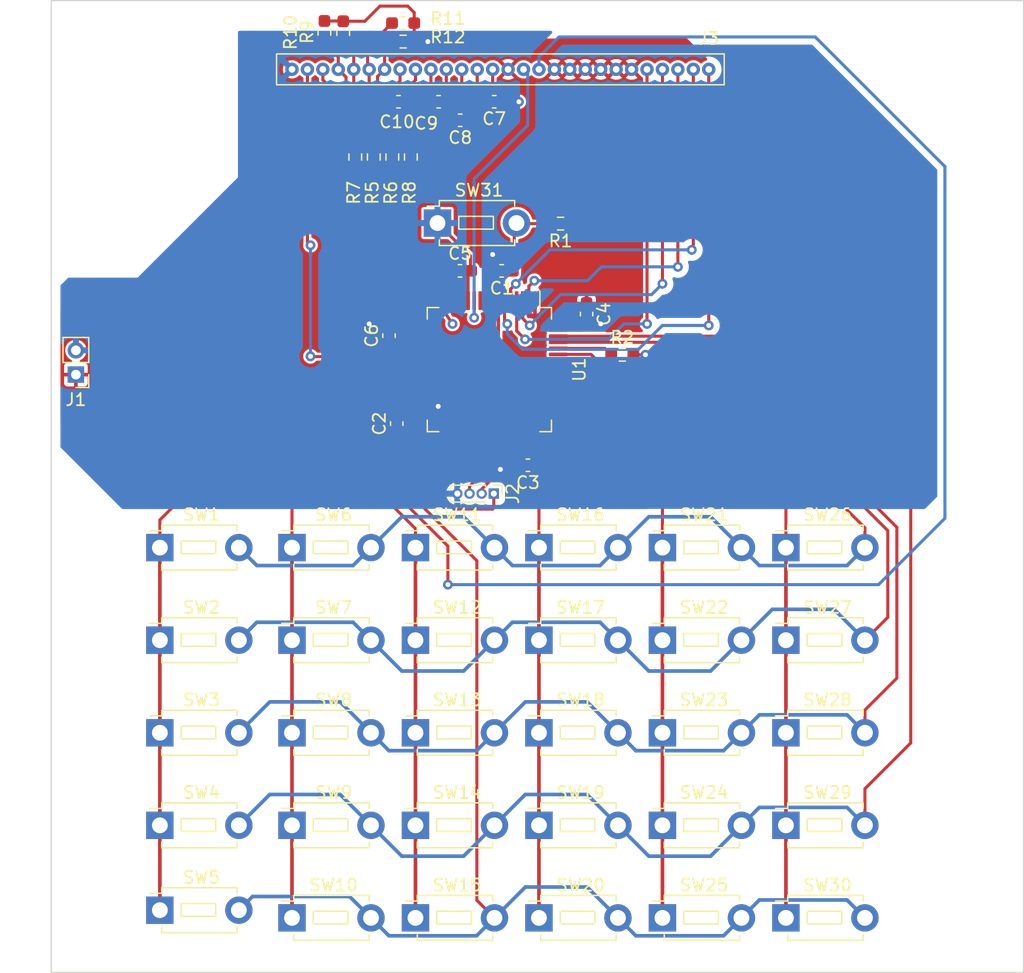
<source format=kicad_pcb>
(kicad_pcb (version 20231007) (generator pcbnew)
  (layers (0 "F.Cu" signal) (31 "B.Cu" signal) (34 "B.Paste" user) (35 "F.Paste" user) (36 "B.SilkS" user "B.Silkscreen") (37 "F.SilkS" user "F.Silkscreen") (38 "B.Mask" user) (39 "F.Mask" user) (44 "Edge.Cuts" user))
  (net 0 "")
  (net 2 "unconnected-(U1-PA2-Pad16)")
  (net 5 "Net-(J3-Pin_16)")
  (net 6 "Net-(J3-Pin_17)")
  (net 8 "Net-(J3-Pin_18)")
  (net 10 "Net-(J3-Pin_19)")
  (net 13 "Net-(J3-Pin_20)")
  (net 14 "Net-(J3-Pin_21)")
  (net 23 "/Calculator/NCS")
  (net 38 "/Calculator/Y2")
  (net 39 "/Calculator/X1")
  (net 40 "/Calculator/Y3")
  (net 41 "/Calculator/Y4")
  (net 42 "/Calculator/Y5")
  (net 43 "/Calculator/X2")
  (net 44 "/Calculator/X3")
  (net 45 "/Calculator/X4")
  (net 46 "/Calculator/X5")
  (net 47 "/Calculator/X6")
  (net 48 "/Calculator/Y1")
  (net 49 "+BATT")
  (net 50 "Net-(U1-BOOT0)")
  (net 51 "GND")
  (net 52 "/Calculator/LCD_RST")
  (net 53 "Net-(J3-Pin_23)")
  (net 54 "Net-(J3-Pin_24)")
  (net 55 "Net-(J3-Pin_26)")
  (net 56 "Net-(J3-Pin_22)")
  (net 57 "/Calculator/SWDIO")
  (net 58 "/Calculator/SWCLK")
  (net 59 "/Calculator/NRST")
  (net 60 "Net-(J3-Pin_25)")
  (net 61 "/Calculator/WR")
  (net 62 "/Calculator/C86")
  (net 63 "/Calculator/SCL")
  (net 64 "/Calculator/A0")
  (net 65 "/Calculator/RD")
  (net 66 "/Calculator/SI")
  (footprint "Button_Switch_THT:SW_PUSH_1P1T_6x3.5mm_H4.3_APEM_MJTP1243" (layer "F.Cu") (at 171.45 128.27)
    (property "Reference" "SW28")
    (property "Value" "SW_Push")
  )
  (footprint "Button_Switch_THT:SW_PUSH_1P1T_6x3.5mm_H4.3_APEM_MJTP1243" (layer "F.Cu") (at 130.81 143.51)
    (property "Reference" "SW10")
    (property "Value" "SW_Push")
  )
  (footprint "Button_Switch_THT:SW_PUSH_1P1T_6x3.5mm_H4.3_APEM_MJTP1243" (layer "F.Cu") (at 171.45 120.65)
    (property "Reference" "SW27")
    (property "Value" "SW_Push")
  )
  (footprint "Button_Switch_THT:SW_PUSH_1P1T_6x3.5mm_H4.3_APEM_MJTP1243" (layer "F.Cu") (at 140.97 113.03)
    (property "Reference" "SW11")
    (property "Value" "SW_Push")
  )
  (footprint "Button_Switch_THT:SW_PUSH_1P1T_6x3.5mm_H4.3_APEM_MJTP1243" (layer "F.Cu") (at 130.81 120.65)
    (property "Reference" "SW7")
    (property "Value" "SW_Push")
  )
  (footprint "Button_Switch_THT:SW_PUSH_1P1T_6x3.5mm_H4.3_APEM_MJTP1243" (layer "F.Cu") (at 140.97 143.51)
    (property "Reference" "SW15")
    (property "Value" "SW_Push")
  )
  (footprint "Resistor_SMD:R_0603_1608Metric_Pad0.98x0.95mm_HandSolder" (layer "F.Cu") (at 135.0245 70.612 90)
    (property "Reference" "R10")
    (property "Value" "R_US")
  )
  (footprint "Button_Switch_THT:SW_PUSH_1P1T_6x3.5mm_H4.3_APEM_MJTP1243" (layer "F.Cu") (at 161.29 135.89)
    (property "Reference" "SW24")
    (property "Value" "SW_Push")
  )
  (footprint "Resistor_SMD:R_0603_1608Metric_Pad0.98x0.95mm_HandSolder" (layer "F.Cu") (at 139.065 80.8755 90)
    (property "Reference" "R6")
    (property "Value" "R_US")
  )
  (footprint "Button_Switch_THT:SW_PUSH_1P1T_6x3.5mm_H4.3_APEM_MJTP1243" (layer "F.Cu") (at 130.81 113.03)
    (property "Reference" "SW6")
    (property "Value" "SW_Push")
  )
  (footprint "Button_Switch_THT:SW_PUSH_1P1T_6x3.5mm_H4.3_APEM_MJTP1243" (layer "F.Cu") (at 140.97 120.65)
    (property "Reference" "SW12")
    (property "Value" "SW_Push")
  )
  (footprint "Button_Switch_THT:SW_PUSH_1P1T_6x3.5mm_H4.3_APEM_MJTP1243" (layer "F.Cu") (at 119.94 128.27)
    (property "Reference" "SW3")
    (property "Value" "SW_Push")
  )
  (footprint "Button_Switch_THT:SW_PUSH_1P1T_6x3.5mm_H4.3_APEM_MJTP1243" (layer "F.Cu") (at 140.97 135.89)
    (property "Reference" "SW14")
    (property "Value" "SW_Push")
  )
  (footprint "Connector_PinHeader_1.00mm:PinHeader_1x04_P1.00mm_Vertical" (layer "F.Cu") (at 147.415 108.585 -90)
    (property "Reference" "J2")
    (property "Value" "Conn_01x04")
  )
  (footprint "Button_Switch_THT:SW_PUSH_1P1T_6x3.5mm_H4.3_APEM_MJTP1243" (layer "F.Cu") (at 119.94 135.89)
    (property "Reference" "SW4")
    (property "Value" "SW_Push")
  )
  (footprint "Button_Switch_THT:SW_PUSH_1P1T_6x3.5mm_H4.3_APEM_MJTP1243" (layer "F.Cu") (at 161.29 128.27)
    (property "Reference" "SW23")
    (property "Value" "SW_Push")
  )
  (footprint "Button_Switch_THT:SW_PUSH_1P1T_6x3.5mm_H4.3_APEM_MJTP1243" (layer "F.Cu") (at 151.13 135.89)
    (property "Reference" "SW19")
    (property "Value" "SW_Push")
  )
  (footprint "Capacitor_SMD:C_0603_1608Metric_Pad1.08x0.95mm_HandSolder" (layer "F.Cu") (at 155.049 93.803 -90)
    (property "Reference" "C4")
    (property "Value" "C")
  )
  (footprint "Button_Switch_THT:SW_PUSH_1P1T_6x3.5mm_H4.3_APEM_MJTP1243" (layer "F.Cu") (at 171.45 113.03)
    (property "Reference" "SW26")
    (property "Value" "SW_Push")
  )
  (footprint "Button_Switch_THT:SW_PUSH_1P1T_6x3.5mm_H4.3_APEM_MJTP1243" (layer "F.Cu") (at 171.45 135.89)
    (property "Reference" "SW29")
    (property "Value" "SW_Push")
  )
  (footprint "Button_Switch_THT:SW_PUSH_1P1T_6x3.5mm_H4.3_APEM_MJTP1243" (layer "F.Cu") (at 119.94 113.03)
    (property "Reference" "SW1")
    (property "Value" "SW_Push")
  )
  (footprint "Connector_PinHeader_2.00mm:PinHeader_1x02_P2.00mm_Vertical" (layer "F.Cu") (at 113.03 98.79 180)
    (property "Reference" "J1")
    (property "Value" "Conn_01x02_Pin")
  )
  (footprint "Button_Switch_THT:SW_PUSH_1P1T_6x3.5mm_H4.3_APEM_MJTP1243" (layer "F.Cu") (at 171.45 143.51)
    (property "Reference" "SW30")
    (property "Value" "SW_Push")
  )
  (footprint "Resistor_SMD:R_0603_1608Metric_Pad0.98x0.95mm_HandSolder" (layer "F.Cu") (at 139.954 69.85)
    (property "Reference" "R11")
    (property "Value" "R_US")
  )
  (footprint "Button_Switch_THT:SW_PUSH_1P1T_6x3.5mm_H4.3_APEM_MJTP1243" (layer "F.Cu") (at 161.29 143.51)
    (property "Reference" "SW25")
    (property "Value" "SW_Push")
  )
  (footprint "Capacitor_SMD:C_0603_1608Metric_Pad1.08x0.95mm_HandSolder" (layer "F.Cu") (at 148.064 90.247 180)
    (property "Reference" "C1")
    (property "Value" "C")
  )
  (footprint "Resistor_SMD:R_0603_1608Metric_Pad0.98x0.95mm_HandSolder" (layer "F.Cu") (at 139.954 71.374)
    (property "Reference" "R12")
    (property "Value" "R_US")
  )
  (footprint "Capacitor_SMD:C_0603_1608Metric_Pad1.08x0.95mm_HandSolder" (layer "F.Cu") (at 138.793 95.581 90)
    (property "Reference" "C6")
    (property "Value" "C")
  )
  (footprint "Capacitor_SMD:C_0603_1608Metric_Pad1.08x0.95mm_HandSolder" (layer "F.Cu") (at 139.573 76.327)
    (property "Reference" "C10")
    (property "Value" "C")
  )
  (footprint "Capacitor_SMD:C_0603_1608Metric_Pad1.08x0.95mm_HandSolder" (layer "F.Cu") (at 144.653 77.851 180)
    (property "Reference" "C8")
    (property "Value" "C")
  )
  (footprint "Capacitor_SMD:C_0603_1608Metric_Pad1.08x0.95mm_HandSolder" (layer "F.Cu") (at 144.635 90.247)
    (property "Reference" "C5")
    (property "Value" "C")
  )
  (footprint "Resistor_SMD:R_0603_1608Metric_Pad0.98x0.95mm_HandSolder" (layer "F.Cu") (at 140.589 80.8755 90)
    (property "Reference" "R8")
    (property "Value" "R_US")
  )
  (footprint "Capacitor_SMD:C_0603_1608Metric_Pad1.08x0.95mm_HandSolder" (layer "F.Cu") (at 150.223 106.249 180)
    (property "Reference" "C3")
    (property "Value" "C")
  )
  (footprint "Button_Switch_THT:SW_PUSH_1P1T_6x3.5mm_H4.3_APEM_MJTP1243" (layer "F.Cu") (at 119.94 142.875)
    (property "Reference" "SW5")
    (property "Value" "SW_Push")
  )
  (footprint "ks100:DEM 128064E1 FGH" (layer "F.Cu") (at 165.1 73.66)
    (property "Reference" "J3")
    (property "Value" "DEM 128064E1 FGH")
  )
  (footprint "Button_Switch_THT:SW_PUSH_1P1T_6x3.5mm_H4.3_APEM_MJTP1243" (layer "F.Cu") (at 161.29 113.03)
    (property "Reference" "SW21")
    (property "Value" "SW_Push")
  )
  (footprint "Button_Switch_THT:SW_PUSH_1P1T_6x3.5mm_H4.3_APEM_MJTP1243" (layer "F.Cu") (at 151.13 120.65)
    (property "Reference" "SW17")
    (property "Value" "SW_Push")
  )
  (footprint "Button_Switch_THT:SW_PUSH_1P1T_6x3.5mm_H4.3_APEM_MJTP1243" (layer "F.Cu") (at 161.29 120.65)
    (property "Reference" "SW22")
    (property "Value" "SW_Push")
  )
  (footprint "Capacitor_SMD:C_0603_1608Metric_Pad1.08x0.95mm_HandSolder" (layer "F.Cu") (at 139.428 102.82 90)
    (property "Reference" "C2")
    (property "Value" "C")
  )
  (footprint "Button_Switch_THT:SW_PUSH_1P1T_6x3.5mm_H4.3_APEM_MJTP1243" (layer "F.Cu") (at 151.13 128.27)
    (property "Reference" "SW18")
    (property "Value" "SW_Push")
  )
  (footprint "Resistor_SMD:R_0603_1608Metric_Pad0.98x0.95mm_HandSolder" (layer "F.Cu") (at 137.541 80.8755 90)
    (property "Reference" "R5")
    (property "Value" "R_US")
  )
  (footprint "Button_Switch_THT:SW_PUSH_1P1T_6x3.5mm_H4.3_APEM_MJTP1243" (layer "F.Cu") (at 151.13 113.03)
    (property "Reference" "SW16")
    (property "Value" "SW_Push")
  )
  (footprint "Capacitor_SMD:C_0603_1608Metric_Pad1.08x0.95mm_HandSolder" (layer "F.Cu") (at 142.875 76.327)
    (property "Reference" "C9")
    (property "Value" "C")
  )
  (footprint "Button_Switch_THT:SW_PUSH_1P1T_6x3.5mm_H4.3_APEM_MJTP1243" (layer "F.Cu") (at 119.94 120.65)
    (property "Reference" "SW2")
    (property "Value" "SW_Push")
  )
  (footprint "Button_Switch_THT:SW_PUSH_1P1T_6x3.5mm_H4.3_APEM_MJTP1243" (layer "F.Cu") (at 140.97 128.27)
    (property "Reference" "SW13")
    (property "Value" "SW_Push")
  )
  (footprint "Button_Switch_THT:SW_PUSH_1P1T_6x3.5mm_H4.3_APEM_MJTP1243" (layer "F.Cu") (at 151.13 143.51)
    (property "Reference" "SW20")
    (property "Value" "SW_Push")
  )
  (footprint "Package_QFP:LQFP-64_10x10mm_P0.5mm" (layer "F.Cu") (at 147.048 98.375 -90)
    (property "Reference" "U1")
    (property "Value" "STM32L071RZTx")
  )
  (footprint "Button_Switch_THT:SW_PUSH_1P1T_6x3.5mm_H4.3_APEM_MJTP1243" (layer "F.Cu") (at 142.782 86.31)
    (property "Reference" "SW31")
    (property "Value" "SW_Push")
  )
  (footprint "Resistor_SMD:R_0603_1608Metric_Pad0.98x0.95mm_HandSolder" (layer "F.Cu") (at 133.477 70.5885 90)
    (property "Reference" "R9")
    (property "Value" "R_US")
  )
  (footprint "Resistor_SMD:R_0603_1608Metric_Pad0.98x0.95mm_HandSolder" (layer "F.Cu") (at 152.908 86.36 180)
    (property "Reference" "R1")
    (property "Value" "R_US")
  )
  (footprint "Button_Switch_THT:SW_PUSH_1P1T_6x3.5mm_H4.3_APEM_MJTP1243" (layer "F.Cu") (at 130.81 135.89)
    (property "Reference" "SW9")
    (property "Value" "SW_Push")
  )
  (footprint "Capacitor_SMD:C_0603_1608Metric_Pad1.08x0.95mm_HandSolder" (layer "F.Cu") (at 147.447 76.327)
    (property "Reference" "C7")
    (property "Value" "C")
  )
  (footprint "Resistor_SMD:R_0603_1608Metric_Pad0.98x0.95mm_HandSolder" (layer "F.Cu") (at 157.988 97.155)
    (property "Reference" "R2")
    (property "Value" "R_US")
  )
  (footprint "Resistor_SMD:R_0603_1608Metric_Pad0.98x0.95mm_HandSolder" (layer "F.Cu") (at 136.017 80.8755 90)
    (property "Reference" "R7")
    (property "Value" "R_US")
  )
  (footprint "Button_Switch_THT:SW_PUSH_1P1T_6x3.5mm_H4.3_APEM_MJTP1243" (layer "F.Cu") (at 130.81 128.27)
    (property "Reference" "SW8")
    (property "Value" "SW_Push")
  )
  (gr_rect (start 111 68) (end 191 148) (stroke (width 0.1)) (fill none) (layer "Edge.Cuts"))
  (segment (start 144.018 94.615) (end 143.298 93.542764) (width 0.25) (layer "F.Cu") (net 2))
  (segment (start 143.298 93.542764) (end 143.298 92.7) (width 0.25) (layer "F.Cu") (net 2))
  (via (at 144.018 94.615) (size 0.8) (drill 0.4) (layers "F.Cu" "B.Cu") (net 2))
  (segment (start 146.5845 76.327) (end 146.5845 75.4645) (width 0.25) (layer "F.Cu") (net 5))
  (segment (start 146.05 74.93) (end 146.05 73.66) (width 0.25) (layer "F.Cu") (net 5))
  (segment (start 146.5845 75.4645) (end 146.05 74.93) (width 0.25) (layer "F.Cu") (net 5))
  (segment (start 144.78 75.311) (end 144.78 73.66) (width 0.25) (layer "F.Cu") (net 6))
  (segment (start 145.5155 76.0465) (end 144.78 75.311) (width 0.25) (layer "F.Cu") (net 6))
  (segment (start 145.5155 77.851) (end 145.5155 76.0465) (width 0.25) (layer "F.Cu") (net 6))
  (segment (start 143.51 73.66) (end 143.51 76.0995) (width 0.25) (layer "F.Cu") (net 8))
  (segment (start 143.7375 76.327) (end 143.7375 77.798) (width 0.25) (layer "F.Cu") (net 8))
  (segment (start 143.7375 77.798) (end 143.7905 77.851) (width 0.25) (layer "F.Cu") (net 8))
  (segment (start 143.51 76.0995) (end 143.7375 76.327) (width 0.25) (layer "F.Cu") (net 8))
  (segment (start 142.24 75.057) (end 142.0125 75.2845) (width 0.25) (layer "F.Cu") (net 10))
  (segment (start 142.0125 75.2845) (end 142.0125 76.327) (width 0.25) (layer "F.Cu") (net 10))
  (segment (start 142.24 73.66) (end 142.24 75.057) (width 0.25) (layer "F.Cu") (net 10))
  (segment (start 140.97 74.549) (end 140.4355 75.0835) (width 0.25) (layer "F.Cu") (net 13))
  (segment (start 140.97 73.66) (end 140.97 74.549) (width 0.25) (layer "F.Cu") (net 13))
  (segment (start 140.4355 75.0835) (end 140.4355 76.327) (width 0.25) (layer "F.Cu") (net 13))
  (segment (start 138.7105 75.61525) (end 138.7105 76.327) (width 0.25) (layer "F.Cu") (net 14))
  (segment (start 139.7 73.66) (end 139.7 74.62575) (width 0.25) (layer "F.Cu") (net 14))
  (segment (start 139.7 74.62575) (end 138.7105 75.61525) (width 0.25) (layer "F.Cu") (net 14))
  (segment (start 165.1 73.66) (end 165.1 94.742) (width 0.25) (layer "F.Cu") (net 23))
  (segment (start 148.298 92.7) (end 148.298 94.3905) (width 0.25) (layer "F.Cu") (net 23))
  (segment (start 148.298 94.3905) (end 148.5225 94.615) (width 0.25) (layer "F.Cu") (net 23))
  (via (at 165.1 94.742) (size 0.8) (drill 0.4) (layers "F.Cu" "B.Cu") (net 23))
  (via (at 148.5225 94.615) (size 0.8) (drill 0.4) (layers "F.Cu" "B.Cu") (net 23))
  (segment (start 149.782542 96.705847) (end 159.316848 96.705847) (width 0.25) (layer "B.Cu") (net 23))
  (segment (start 161.280695 94.742) (end 165.1 94.742) (width 0.25) (layer "B.Cu") (net 23))
  (segment (start 148.5225 94.615) (end 148.5225 95.445805) (width 0.25) (layer "B.Cu") (net 23))
  (segment (start 148.5225 95.445805) (end 149.782542 96.705847) (width 0.25) (layer "B.Cu") (net 23))
  (segment (start 159.316848 96.705847) (end 161.280695 94.742) (width 0.25) (layer "B.Cu") (net 23))
  (segment (start 177.95 120.65) (end 179.832 118.768) (width 0.25) (layer "F.Cu") (net 38))
  (segment (start 163.576 105.283) (end 155.418 97.125) (width 0.25) (layer "F.Cu") (net 38))
  (segment (start 179.832 118.768) (end 179.832 111.633) (width 0.25) (layer "F.Cu") (net 38))
  (segment (start 173.482 105.283) (end 163.576 105.283) (width 0.25) (layer "F.Cu") (net 38))
  (segment (start 179.832 111.633) (end 173.482 105.283) (width 0.25) (layer "F.Cu") (net 38))
  (segment (start 155.418 97.125) (end 152.723 97.125) (width 0.25) (layer "F.Cu") (net 38))
  (segment (start 165.25 123.19) (end 167.79 120.65) (width 0.3) (layer "B.Cu") (net 38))
  (segment (start 126.44 120.65) (end 127.915 119.175) (width 0.3) (layer "B.Cu") (net 38))
  (segment (start 137.31 120.65) (end 139.85 123.19) (width 0.3) (layer "B.Cu") (net 38))
  (segment (start 148.945 119.175) (end 156.155 119.175) (width 0.3) (layer "B.Cu") (net 38))
  (segment (start 127.915 119.175) (end 135.835 119.175) (width 0.3) (layer "B.Cu") (net 38))
  (segment (start 144.93 123.19) (end 147.47 120.65) (width 0.3) (layer "B.Cu") (net 38))
  (segment (start 160.17 123.19) (end 165.25 123.19) (width 0.3) (layer "B.Cu") (net 38))
  (segment (start 147.47 120.65) (end 148.945 119.175) (width 0.3) (layer "B.Cu") (net 38))
  (segment (start 157.63 120.65) (end 160.17 123.19) (width 0.3) (layer "B.Cu") (net 38))
  (segment (start 139.85 123.19) (end 144.93 123.19) (width 0.3) (layer "B.Cu") (net 38))
  (segment (start 135.835 119.175) (end 137.31 120.65) (width 0.3) (layer "B.Cu") (net 38))
  (segment (start 167.79 120.65) (end 170.33 118.11) (width 0.3) (layer "B.Cu") (net 38))
  (segment (start 170.33 118.11) (end 175.41 118.11) (width 0.3) (layer "B.Cu") (net 38))
  (segment (start 156.155 119.175) (end 157.63 120.65) (width 0.3) (layer "B.Cu") (net 38))
  (segment (start 175.41 118.11) (end 177.95 120.65) (width 0.3) (layer "B.Cu") (net 38))
  (segment (start 119.94 113.03) (end 119.94 110.751) (width 0.25) (layer "F.Cu") (net 39))
  (segment (start 136.779 99.125) (end 126.4005 109.5035) (width 0.25) (layer "F.Cu") (net 39))
  (segment (start 126.4005 109.5035) (end 121.1875 109.5035) (width 0.25) (layer "F.Cu") (net 39))
  (segment (start 119.94 113.03) (end 119.94 120.65) (width 0.3) (layer "F.Cu") (net 39))
  (segment (start 119.94 110.751) (end 121.1875 109.5035) (width 0.25) (layer "F.Cu") (net 39))
  (segment (start 119.94 128.27) (end 119.94 135.89) (width 0.3) (layer "F.Cu") (net 39))
  (segment (start 136.779 99.125) (end 141.373 99.125) (width 0.25) (layer "F.Cu") (net 39))
  (segment (start 119.94 142.875) (end 119.94 135.89) (width 0.3) (layer "F.Cu") (net 39))
  (segment (start 119.94 120.65) (end 119.94 128.27) (width 0.3) (layer "F.Cu") (net 39))
  (segment (start 180.576 111.361) (end 165.34 96.125) (width 0.25) (layer "F.Cu") (net 40))
  (segment (start 165.34 96.125) (end 152.723 96.125) (width 0.25) (layer "F.Cu") (net 40))
  (segment (start 177.95 128.27) (end 177.95 126.401) (width 0.25) (layer "F.Cu") (net 40))
  (segment (start 177.95 126.401) (end 180.576 123.775) (width 0.25) (layer "F.Cu") (net 40))
  (segment (start 180.576 123.775) (end 180.576 111.361) (width 0.25) (layer "F.Cu") (net 40))
  (segment (start 157.63 128.27) (end 155.09 125.73) (width 0.3) (layer "B.Cu") (net 40))
  (segment (start 138.785 129.745) (end 137.31 128.27) (width 0.3) (layer "B.Cu") (net 40))
  (segment (start 137.31 128.27) (end 134.77 125.73) (width 0.3) (layer "B.Cu") (net 40))
  (segment (start 169.265 126.795) (end 176.475 126.795) (width 0.3) (layer "B.Cu") (net 40))
  (segment (start 167.79 128.27) (end 169.265 126.795) (width 0.3) (layer "B.Cu") (net 40))
  (segment (start 159.105 129.745) (end 157.63 128.27) (width 0.3) (layer "B.Cu") (net 40))
  (segment (start 145.995 129.745) (end 138.785 129.745) (width 0.3) (layer "B.Cu") (net 40))
  (segment (start 166.315 129.745) (end 159.105 129.745) (width 0.3) (layer "B.Cu") (net 40))
  (segment (start 176.475 126.795) (end 177.95 128.27) (width 0.3) (layer "B.Cu") (net 40))
  (segment (start 147.47 128.27) (end 145.995 129.745) (width 0.3) (layer "B.Cu") (net 40))
  (segment (start 167.79 128.27) (end 166.315 129.745) (width 0.3) (layer "B.Cu") (net 40))
  (segment (start 155.09 125.73) (end 150.01 125.73) (width 0.3) (layer "B.Cu") (net 40))
  (segment (start 134.77 125.73) (end 128.98 125.73) (width 0.3) (layer "B.Cu") (net 40))
  (segment (start 150.01 125.73) (end 147.47 128.27) (width 0.3) (layer "B.Cu") (net 40))
  (segment (start 128.98 125.73) (end 126.44 128.27) (width 0.3) (layer "B.Cu") (net 40))
  (segment (start 177.95 132.878) (end 181.719 129.109) (width 0.25) (layer "F.Cu") (net 41))
  (segment (start 181.719 129.109) (end 181.719 109.075) (width 0.25) (layer "F.Cu") (net 41))
  (segment (start 177.95 135.89) (end 177.95 132.878) (width 0.25) (layer "F.Cu") (net 41))
  (segment (start 181.719 109.075) (end 168.269 95.625) (width 0.25) (layer "F.Cu") (net 41))
  (segment (start 168.269 95.625) (end 152.723 95.625) (width 0.25) (layer "F.Cu") (net 41))
  (segment (start 128.98 133.35) (end 134.77 133.35) (width 0.3) (layer "B.Cu") (net 41))
  (segment (start 157.63 135.89) (end 160.17 138.43) (width 0.3) (layer "B.Cu") (net 41))
  (segment (start 139.85 138.43) (end 144.93 138.43) (width 0.3) (layer "B.Cu") (net 41))
  (segment (start 155.09 133.35) (end 157.63 135.89) (width 0.3) (layer "B.Cu") (net 41))
  (segment (start 134.77 133.35) (end 137.31 135.89) (width 0.3) (layer "B.Cu") (net 41))
  (segment (start 167.79 135.89) (end 169.265 134.415) (width 0.3) (layer "B.Cu") (net 41))
  (segment (start 126.44 135.89) (end 128.98 133.35) (width 0.3) (layer "B.Cu") (net 41))
  (segment (start 144.93 138.43) (end 147.47 135.89) (width 0.3) (layer "B.Cu") (net 41))
  (segment (start 165.25 138.43) (end 167.79 135.89) (width 0.3) (layer "B.Cu") (net 41))
  (segment (start 176.475 134.415) (end 177.95 135.89) (width 0.3) (layer "B.Cu") (net 41))
  (segment (start 137.31 135.89) (end 139.85 138.43) (width 0.3) (layer "B.Cu") (net 41))
  (segment (start 147.47 135.89) (end 150.01 133.35) (width 0.3) (layer "B.Cu") (net 41))
  (segment (start 169.265 134.415) (end 176.475 134.415) (width 0.3) (layer "B.Cu") (net 41))
  (segment (start 150.01 133.35) (end 155.09 133.35) (width 0.3) (layer "B.Cu") (net 41))
  (segment (start 160.17 138.43) (end 165.25 138.43) (width 0.3) (layer "B.Cu") (net 41))
  (segment (start 138.650698 101.058698) (end 138.158698 101.550698) (width 0.25) (layer "F.Cu") (net 42))
  (segment (start 146.02 142.06) (end 147.47 143.51) (width 0.25) (layer "F.Cu") (net 42))
  (segment (start 139.935076 101.125) (end 139.868774 101.058698) (width 0.25) (layer "F.Cu") (net 42))
  (segment (start 139.868774 101.058698) (end 138.650698 101.058698) (width 0.25) (layer "F.Cu") (net 42))
  (segment (start 138.158 106.249) (end 146.02 114.111) (width 0.25) (layer "F.Cu") (net 42))
  (segment (start 138.158 101.55) (end 138.158 106.249) (width 0.25) (layer "F.Cu") (net 42))
  (segment (start 146.02 114.111) (end 146.02 142.06) (width 0.25) (layer "F.Cu") (net 42))
  (segment (start 141.373 101.125) (end 139.935076 101.125) (width 0.25) (layer "F.Cu") (net 42))
  (segment (start 145.995 144.985) (end 138.785 144.985) (width 0.3) (layer "B.Cu") (net 42))
  (segment (start 155.09 140.97) (end 150.01 140.97) (width 0.3) (layer "B.Cu") (net 42))
  (segment (start 147.47 143.51) (end 145.995 144.985) (width 0.3) (layer "B.Cu") (net 42))
  (segment (start 138.785 144.985) (end 137.31 143.51) (width 0.3) (layer "B.Cu") (net 42))
  (segment (start 157.63 143.51) (end 155.09 140.97) (width 0.3) (layer "B.Cu") (net 42))
  (segment (start 150.01 140.97) (end 147.47 143.51) (width 0.3) (layer "B.Cu") (net 42))
  (segment (start 176.475 142.035) (end 177.95 143.51) (width 0.3) (layer "B.Cu") (net 42))
  (segment (start 135.55 141.75) (end 137.31 143.51) (width 0.3) (layer "B.Cu") (net 42))
  (segment (start 167.79 143.51) (end 169.265 142.035) (width 0.3) (layer "B.Cu") (net 42))
  (segment (start 166.315 144.985) (end 159.105 144.985) (width 0.3) (layer "B.Cu") (net 42))
  (segment (start 126.44 142.875) (end 127.565 141.75) (width 0.3) (layer "B.Cu") (net 42))
  (segment (start 127.565 141.75) (end 135.55 141.75) (width 0.3) (layer "B.Cu") (net 42))
  (segment (start 169.265 142.035) (end 176.475 142.035) (width 0.3) (layer "B.Cu") (net 42))
  (segment (start 167.79 143.51) (end 166.315 144.985) (width 0.3) (layer "B.Cu") (net 42))
  (segment (start 159.105 144.985) (end 157.63 143.51) (width 0.3) (layer "B.Cu") (net 42))
  (segment (start 130.81 113.03) (end 130.81 106.172) (width 0.25) (layer "F.Cu") (net 43))
  (segment (start 130.81 106.172) (end 137.357 99.625) (width 0.25) (layer "F.Cu") (net 43))
  (segment (start 130.81 143.51) (end 130.81 135.89) (width 0.3) (layer "F.Cu") (net 43))
  (segment (start 130.81 120.65) (end 130.81 113.03) (width 0.3) (layer "F.Cu") (net 43))
  (segment (start 137.357 99.625) (end 141.373 99.625) (width 0.25) (layer "F.Cu") (net 43))
  (segment (start 130.81 135.89) (end 130.81 128.27) (width 0.3) (layer "F.Cu") (net 43))
  (segment (start 130.81 128.27) (end 130.81 120.65) (width 0.3) (layer "F.Cu") (net 43))
  (segment (start 137.033 107.537) (end 137.033 100.838) (width 0.25) (layer "F.Cu") (net 44))
  (segment (start 140.97 111.474) (end 137.033 107.537) (width 0.25) (layer "F.Cu") (net 44))
  (segment (start 137.746 100.125) (end 141.373 100.125) (width 0.25) (layer "F.Cu") (net 44))
  (segment (start 140.97 143.51) (end 140.97 135.89) (width 0.3) (layer "F.Cu") (net 44))
  (segment (start 140.97 128.27) (end 140.97 120.65) (width 0.3) (layer "F.Cu") (net 44))
  (segment (start 140.97 113.03) (end 140.97 111.474) (width 0.25) (layer "F.Cu") (net 44))
  (segment (start 137.033 100.838) (end 137.746 100.125) (width 0.25) (layer "F.Cu") (net 44))
  (segment (start 140.97 120.65) (end 140.97 113.03) (width 0.3) (layer "F.Cu") (net 44))
  (segment (start 140.97 135.89) (end 140.97 128.27) (width 0.3) (layer "F.Cu") (net 44))
  (segment (start 151.13 128.27) (end 151.13 135.89) (width 0.3) (layer "F.Cu") (net 45))
  (segment (start 151.13 120.65) (end 151.13 128.27) (width 0.3) (layer "F.Cu") (net 45))
  (segment (start 153.862 99.125) (end 152.723 99.125) (width 0.25) (layer "F.Cu") (net 45))
  (segment (start 155.575 104.961) (end 155.575 100.838) (width 0.25) (layer "F.Cu") (net 45))
  (segment (start 151.13 109.406) (end 155.575 104.961) (width 0.25) (layer "F.Cu") (net 45))
  (segment (start 151.13 135.89) (end 151.13 143.51) (width 0.3) (layer "F.Cu") (net 45))
  (segment (start 155.575 100.838) (end 153.862 99.125) (width 0.25) (layer "F.Cu") (net 45))
  (segment (start 151.13 113.03) (end 151.13 109.406) (width 0.25) (layer "F.Cu") (net 45))
  (segment (start 151.13 113.03) (end 151.13 120.65) (width 0.3) (layer "F.Cu") (net 45))
  (segment (start 161.29 113.03) (end 161.29 105.918) (width 0.25) (layer "F.Cu") (net 46))
  (segment (start 161.29 113.03) (end 161.29 120.65) (width 0.3) (layer "F.Cu") (net 46))
  (segment (start 161.29 120.65) (end 161.29 128.27) (width 0.3) (layer "F.Cu") (net 46))
  (segment (start 161.29 105.918) (end 153.997 98.625) (width 0.25) (layer "F.Cu") (net 46))
  (segment (start 161.29 135.89) (end 161.29 140.97) (width 0.3) (layer "F.Cu") (net 46))
  (segment (start 153.997 98.625) (end 152.723 98.625) (width 0.25) (layer "F.Cu") (net 46))
  (segment (start 161.29 128.27) (end 161.29 135.89) (width 0.3) (layer "F.Cu") (net 46))
  (segment (start 161.29 140.97) (end 161.29 143.51) (width 0.3) (layer "F.Cu") (net 46))
  (segment (start 171.45 109.728) (end 169.037 107.315) (width 0.25) (layer "F.Cu") (net 47))
  (segment (start 169.037 107.315) (end 163.576 107.315) (width 0.25) (layer "F.Cu") (net 47))
  (segment (start 171.45 113.03) (end 171.45 109.728) (width 0.25) (layer "F.Cu") (net 47))
  (segment (start 154.386 98.125) (end 152.723 98.125) (width 0.25) (layer "F.Cu") (net 47))
  (segment (start 171.45 143.51) (end 171.45 113.03) (width 0.3) (layer "F.Cu") (net 47))
  (segment (start 163.576 107.315) (end 154.386 98.125) (width 0.25) (layer "F.Cu") (net 47))
  (segment (start 172.974 106.426) (end 163.957 106.426) (width 0.25) (layer "F.Cu") (net 48))
  (segment (start 177.95 113.03) (end 177.95 111.402) (width 0.25) (layer "F.Cu") (net 48))
  (segment (start 163.957 106.426) (end 155.156 97.625) (width 0.25) (layer "F.Cu") (net 48))
  (segment (start 177.95 111.402) (end 172.974 106.426) (width 0.25) (layer "F.Cu") (net 48))
  (segment (start 155.156 97.625) (end 152.723 97.625) (width 0.25) (layer "F.Cu") (net 48))
  (segment (start 148.945 114.505) (end 147.47 113.03) (width 0.3) (layer "B.Cu") (net 48))
  (segment (start 177.95 113.03) (end 176.475 114.505) (width 0.3) (layer "B.Cu") (net 48))
  (segment (start 127.915 114.505) (end 126.44 113.03) (width 0.3) (layer "B.Cu") (net 48))
  (segment (start 165.25 110.49) (end 160.17 110.49) (width 0.3) (layer "B.Cu") (net 48))
  (segment (start 139.85 110.49) (end 144.93 110.49) (width 0.3) (layer "B.Cu") (net 48))
  (segment (start 167.79 113.03) (end 165.25 110.49) (width 0.3) (layer "B.Cu") (net 48))
  (segment (start 169.265 114.505) (end 167.79 113.03) (width 0.3) (layer "B.Cu") (net 48))
  (segment (start 135.835 114.505) (end 127.915 114.505) (width 0.3) (layer "B.Cu") (net 48))
  (segment (start 137.31 113.03) (end 139.85 110.49) (width 0.3) (layer "B.Cu") (net 48))
  (segment (start 157.63 113.03) (end 156.155 114.505) (width 0.3) (layer "B.Cu") (net 48))
  (segment (start 176.475 114.505) (end 169.265 114.505) (width 0.3) (layer "B.Cu") (net 48))
  (segment (start 144.93 110.49) (end 147.47 113.03) (width 0.3) (layer "B.Cu") (net 48))
  (segment (start 156.155 114.505) (end 148.945 114.505) (width 0.3) (layer "B.Cu") (net 48))
  (segment (start 160.17 110.49) (end 157.63 113.03) (width 0.3) (layer "B.Cu") (net 48))
  (segment (start 137.31 113.03) (end 135.835 114.505) (width 0.3) (layer "B.Cu") (net 48))
  (segment (start 113.03 98.79) (end 121.555 98.79) (width 0.25) (layer "F.Cu") (net 49))
  (segment (start 121.555 98.79) (end 123.9015 96.4435) (width 0.25) (layer "F.Cu") (net 49))
  (segment (start 150.798 104.05) (end 150.798 105.9615) (width 0.25) (layer "F.Cu") (net 49))
  (segment (start 140.5975 103.6825) (end 141.333 102.947) (width 0.25) (layer "F.Cu") (net 49))
  (segment (start 138.793 96.4435) (end 139.3275 96.4435) (width 0.25) (layer "F.Cu") (net 49))
  (segment (start 123.9015 96.4435) (end 138.793 96.4435) (width 0.25) (layer "F.Cu") (net 49))
  (segment (start 141.333 102.947) (end 141.333 102.165) (width 0.25) (layer "F.Cu") (net 49))
  (segment (start 144.798 92.7) (end 144.798 91.2725) (width 0.25) (layer "F.Cu") (net 49))
  (segment (start 150.798 105.9615) (end 151.0855 106.249) (width 0.25) (layer "F.Cu") (net 49))
  (segment (start 139.428 103.6825) (end 140.5975 103.6825) (width 0.25) (layer "F.Cu") (net 49))
  (segment (start 141.333 102.165) (end 141.373 102.125) (width 0.25) (layer "F.Cu") (net 49))
  (segment (start 139.3275 96.4435) (end 140.146 95.625) (width 0.25) (layer "F.Cu") (net 49))
  (segment (start 144.798 91.2725) (end 143.7725 90.247) (width 0.25) (layer "F.Cu") (net 49))
  (segment (start 140.146 95.625) (end 141.373 95.625) (width 0.25) (layer "F.Cu") (net 49))
  (segment (start 152.723 96.625) (end 156.5455 96.625) (width 0.25) (layer "F.Cu") (net 50))
  (segment (start 156.5455 96.625) (end 157.0755 97.155) (width 0.25) (layer "F.Cu") (net 50))
  (segment (start 142.615201 101.625) (end 142.839701 101.4005) (width 0.25) (layer "F.Cu") (net 51))
  (segment (start 148.3095 76.327) (end 149.479 76.327) (width 0.25) (layer "F.Cu") (net 51))
  (segment (start 137.2635 94.7185) (end 137.16 94.615) (width 0.25) (layer "F.Cu") (net 51))
  (segment (start 140.8665 71.374) (end 141.986 71.374) (width 0.25) (layer "F.Cu") (net 51))
  (segment (start 140.8665 69.85) (end 140.8665 71.374) (width 0.25) (layer "F.Cu") (net 51))
  (segment (start 140.335 68.453) (end 140.8665 68.9845) (width 0.25) (layer "F.Cu") (net 51))
  (segment (start 149.3605 106.249) (end 148.2965 106.249) (width 0.25) (layer "F.Cu") (net 51))
  (segment (start 141.373 101.625) (end 142.615201 101.625) (width 0.25) (layer "F.Cu") (net 51))
  (segment (start 158.9005 97.155) (end 159.893 97.155) (width 0.25) (layer "F.Cu") (net 51))
  (segment (start 147.32 73.66) (end 147.32 75.3375) (width 0.25) (layer "F.Cu") (net 51))
  (segment (start 147.32 75.3375) (end 148.3095 76.327) (width 0.25) (layer "F.Cu") (net 51))
  (segment (start 145.4975 89.0255) (end 142.782 86.31) (width 0.25) (layer "F.Cu") (net 51))
  (segment (start 140.8665 68.9845) (end 140.8665 69.85) (width 0.25) (layer "F.Cu") (net 51))
  (segment (start 155.049 94.6655) (end 156.1595 94.6655) (width 0.25) (layer "F.Cu") (net 51))
  (segment (start 156.1595 94.6655) (end 156.21 94.615) (width 0.25) (layer "F.Cu") (net 51))
  (segment (start 152.723 95.125) (end 154.5895 95.125) (width 0.25) (layer "F.Cu") (net 51))
  (segment (start 150.298 104.05) (end 150.298 105.3115) (width 0.25) (layer "F.Cu") (net 51))
  (segment (start 141.373 101.625) (end 139.7605 101.625) (width 0.25) (layer "F.Cu") (net 51))
  (segment (start 135.0245 69.6995) (end 136.8025 69.6995) (width 0.25) (layer "F.Cu") (net 51))
  (segment (start 150.298 105.3115) (end 149.3605 106.249) (width 0.25) (layer "F.Cu") (net 51))
  (segment (start 145.298 92.7) (end 145.298 90.4465) (width 0.25) (layer "F.Cu") (net 51))
  (segment (start 138.049 68.453) (end 140.335 68.453) (width 0.25) (layer "F.Cu") (net 51))
  (segment (start 138.793 94.7185) (end 139.5295 94.7185) (width 0.25) (layer "F.Cu") (net 51))
  (segment (start 139.5295 94.7185) (end 139.936 95.125) (width 0.25) (layer "F.Cu") (net 51))
  (segment (start 135.001 69.676) (end 135.0245 69.6995) (width 0.25) (layer "F.Cu") (net 51))
  (segment (start 145.4975 90.247) (end 145.4975 89.0255) (width 0.25) (layer "F.Cu") (net 51))
  (segment (start 133.477 69.676) (end 135.001 69.676) (width 0.25) (layer "F.Cu") (net 51))
  (segment (start 136.8025 69.6995) (end 138.049 68.453) (width 0.25) (layer "F.Cu") (net 51))
  (segment (start 145.298 90.4465) (end 145.4975 90.247) (width 0.25) (layer "F.Cu") (net 51))
  (segment (start 138.793 94.7185) (end 137.2635 94.7185) (width 0.25) (layer "F.Cu") (net 51))
  (segment (start 130.7865 73.6835) (end 130.81 73.66) (width 0.25) (layer "F.Cu") (net 51))
  (segment (start 139.7605 101.625) (end 139.428 101.9575) (width 0.25) (layer "F.Cu") (net 51))
  (segment (start 148.2965 106.249) (end 147.955 106.5905) (width 0.25) (layer "F.Cu") (net 51))
  (segment (start 147.2015 90.247) (end 147.2015 89.0185) (width 0.25) (layer "F.Cu") (net 51))
  (segment (start 147.2015 89.0185) (end 147.32 88.9) (width 0.25) (layer "F.Cu") (net 51))
  (segment (start 141.373 95.125) (end 139.936 95.125) (width 0.25) (layer "F.Cu") (net 51))
  (segment (start 154.5895 95.125) (end 155.049 94.6655) (width 0.25) (layer "F.Cu") (net 51))
  (via (at 149.479 76.327) (size 0.8) (drill 0.4) (layers "F.Cu" "B.Cu") (net 51))
  (via (at 147.32 88.9) (size 0.8) (drill 0.4) (layers "F.Cu" "B.Cu") (net 51))
  (via (at 142.839701 101.4005) (size 0.8) (drill 0.4) (layers "F.Cu" "B.Cu") (net 51))
  (via (at 137.16 94.615) (size 0.8) (drill 0.4) (layers "F.Cu" "B.Cu") (net 51))
  (via (at 159.893 97.155) (size 0.8) (drill 0.4) (layers "F.Cu" "B.Cu") (net 51))
  (via (at 147.955 106.5905) (size 0.8) (drill 0.4) (layers "F.Cu" "B.Cu") (net 51))
  (via (at 141.986 71.374) (size 0.8) (drill 0.4) (layers "F.Cu" "B.Cu") (net 51))
  (via (at 156.21 94.615) (size 0.8) (drill 0.4) (layers "F.Cu" "B.Cu") (net 51))
  (segment (start 148.798 91.748164) (end 149.224664 91.3215) (width 0.25) (layer "F.Cu") (net 52))
  (segment (start 163.83 88.392) (end 163.83 73.66) (width 0.25) (layer "F.Cu") (net 52))
  (segment (start 163.703 88.519) (end 163.83 88.392) (width 0.25) (layer "F.Cu") (net 52))
  (segment (start 148.798 92.7) (end 148.798 91.748164) (width 0.25) (layer "F.Cu") (net 52))
  (via (at 163.703 88.519) (size 0.8) (drill 0.4) (layers "F.Cu" "B.Cu") (net 52))
  (via (at 149.224664 91.3215) (size 0.8) (drill 0.4) (layers "F.Cu" "B.Cu") (net 52))
  (segment (start 152.027164 88.519) (end 149.224664 91.3215) (width 0.25) (layer "B.Cu") (net 52))
  (segment (start 163.703 88.519) (end 152.027164 88.519) (width 0.25) (layer "B.Cu") (net 52))
  (segment (start 137.033 73.533) (end 137.033 71.8585) (width 0.25) (layer "F.Cu") (net 53))
  (segment (start 139.065 79.963) (end 137.16 78.058) (width 0.25) (layer "F.Cu") (net 53))
  (segment (start 137.16 73.66) (end 137.033 73.533) (width 0.25) (layer "F.Cu") (net 53))
  (segment (start 137.033 71.8585) (end 139.0415 69.85) (width 0.25) (layer "F.Cu") (net 53))
  (segment (start 137.16 78.058) (end 137.16 73.66) (width 0.25) (layer "F.Cu") (net 53))
  (segment (start 137.541 79.963) (end 135.89 78.312) (width 0.25) (layer "F.Cu") (net 54))
  (segment (start 135.89 73.66) (end 135.89 72.39) (width 0.25) (layer "F.Cu") (net 54))
  (segment (start 135.89 78.312) (end 135.89 73.66) (width 0.25) (layer "F.Cu") (net 54))
  (segment (start 135.89 72.39) (end 135.0245 71.5245) (width 0.25) (layer "F.Cu") (net 54))
  (segment (start 135.0245 71.5245) (end 135.0245 71.374) (width 0.25) (layer "F.Cu") (net 54))
  (segment (start 134.805 81.211) (end 135.382 81.788) (width 0.25) (layer "F.Cu") (net 55))
  (segment (start 136.017 81.788) (end 137.541 81.788) (width 0.25) (layer "F.Cu") (net 55))
  (segment (start 139.065 81.788) (end 140.589 81.788) (width 0.25) (layer "F.Cu") (net 55))
  (segment (start 133.35 73.66) (end 133.35 74.539695) (width 0.25) (layer "F.Cu") (net 55))
  (segment (start 135.382 81.788) (end 136.017 81.788) (width 0.25) (layer "F.Cu") (net 55))
  (segment (start 137.541 81.788) (end 139.065 81.788) (width 0.25) (layer "F.Cu") (net 55))
  (segment (start 133.35 74.539695) (end 134.805 75.994695) (width 0.25) (layer "F.Cu") (net 55))
  (segment (start 134.805 75.994695) (end 134.805 81.211) (width 0.25) (layer "F.Cu") (net 55))
  (segment (start 138.43 73.66) (end 137.848 74.242) (width 0.25) (layer "F.Cu") (net 56))
  (segment (start 137.848 77.222) (end 140.589 79.963) (width 0.25) (layer "F.Cu") (net 56))
  (segment (start 138.43 73.66) (end 138.43 71.9855) (width 0.25) (layer "F.Cu") (net 56))
  (segment (start 137.848 74.242) (end 137.848 77.222) (width 0.25) (layer "F.Cu") (net 56))
  (segment (start 138.43 71.9855) (end 139.0415 71.374) (width 0.25) (layer "F.Cu") (net 56))
  (segment (start 149.280764 105.41) (end 147.98896 105.41) (width 0.25) (layer "F.Cu") (net 57))
  (segment (start 149.798 104.892764) (end 149.280764 105.41) (width 0.25) (layer "F.Cu") (net 57))
  (segment (start 149.798 104.05) (end 149.798 104.892764) (width 0.25) (layer "F.Cu") (net 57))
  (segment (start 145.415 107.98396) (end 145.415 108.585) (width 0.25) (layer "F.Cu") (net 57))
  (segment (start 147.98896 105.41) (end 145.415 107.98396) (width 0.25) (layer "F.Cu") (net 57))
  (segment (start 147.32 107.315) (end 146.415 108.22) (width 0.25) (layer "F.Cu") (net 58))
  (segment (start 154.686 104.394) (end 151.765 107.315) (width 0.25) (layer "F.Cu") (net 58))
  (segment (start 151.765 107.315) (end 147.32 107.315) (width 0.25) (layer "F.Cu") (net 58))
  (segment (start 146.415 108.22) (end 146.415 108.585) (width 0.25) (layer "F.Cu") (net 58))
  (segment (start 154.195 102.125) (end 154.686 102.616) (width 0.25) (layer "F.Cu") (net 58))
  (segment (start 152.723 102.125) (end 154.195 102.125) (width 0.25) (layer "F.Cu") (net 58))
  (segment (start 154.686 102.616) (end 154.686 104.394) (width 0.25) (layer "F.Cu") (net 58))
  (segment (start 142.24 107.95) (end 144.145 109.855) (width 0.25) (layer "F.Cu") (net 59))
  (segment (start 147.798 92.7) (end 147.798 91.3755) (width 0.25) (layer "F.Cu") (net 59))
  (segment (start 142.24 103.765236) (end 142.24 107.95) (width 0.25) (layer "F.Cu") (net 59))
  (segment (start 147.415 109.76) (end 147.415 108.585) (width 0.25) (layer "F.Cu") (net 59))
  (segment (start 147.798 91.3755) (end 148.9265 90.247) (width 0.25) (layer "F.Cu") (net 59))
  (segment (start 148.9265 86.6655) (end 149.282 86.31) (width 0.25) (layer "F.Cu") (net 59))
  (segment (start 149.098 90.30975) (end 149.098 86.72825) (width 0.25) (layer "F.Cu") (net 59))
  (segment (start 147.798 92.7) (end 147.798 98.207236) (width 0.25) (layer "F.Cu") (net 59))
  (segment (start 147.798 98.207236) (end 142.24 103.765236) (width 0.25) (layer "F.Cu") (net 59))
  (segment (start 147.32 109.855) (end 147.415 109.76) (width 0.25) (layer "F.Cu") (net 59))
  (segment (start 144.145 109.855) (end 147.32 109.855) (width 0.25) (layer "F.Cu") (net 59))
  (segment (start 151.9955 86.36) (end 149.332 86.36) (width 0.25) (layer "F.Cu") (net 59))
  (segment (start 149.332 86.36) (end 149.282 86.31) (width 0.25) (layer "F.Cu") (net 59))
  (segment (start 134.62 73.66) (end 134.62 72.644) (width 0.25) (layer "F.Cu") (net 60))
  (segment (start 136.017 79.963) (end 135.255 79.201) (width 0.25) (layer "F.Cu") (net 60))
  (segment (start 135.255 79.201) (end 135.255 74.295) (width 0.25) (layer "F.Cu") (net 60))
  (segment (start 135.255 74.295) (end 134.62 73.66) (width 0.25) (layer "F.Cu") (net 60))
  (segment (start 134.62 72.644) (end 133.477 71.501) (width 0.25) (layer "F.Cu") (net 60))
  (segment (start 150.368 94.742) (end 149.798 94.172) (width 0.25) (layer "F.Cu") (net 61))
  (segment (start 161.29 73.66) (end 161.29 91.313) (width 0.25) (layer "F.Cu") (net 61))
  (segment (start 149.798 94.172) (end 149.798 92.7) (width 0.25) (layer "F.Cu") (net 61))
  (via (at 161.29 91.313) (size 0.8) (drill 0.4) (layers "F.Cu" "B.Cu") (net 61))
  (via (at 150.368 94.742) (size 0.8) (drill 0.4) (layers "F.Cu" "B.Cu") (net 61))
  (segment (start 160.401 92.202) (end 161.29 91.313) (width 0.25) (layer "B.Cu") (net 61))
  (segment (start 152.908 92.202) (end 160.401 92.202) (width 0.25) (layer "B.Cu") (net 61))
  (segment (start 150.368 94.742) (end 152.908 92.202) (width 0.25) (layer "B.Cu") (net 61))
  (segment (start 132.08 87.884) (end 132.334 88.138) (width 0.25) (layer "F.Cu") (net 62))
  (segment (start 140.103 96.625) (end 141.373 96.625) (width 0.25) (layer "F.Cu") (net 62))
  (segment (start 139.422 97.306) (end 140.103 96.625) (width 0.25) (layer "F.Cu") (net 62))
  (segment (start 132.08 73.66) (end 132.08 87.884) (width 0.25) (layer "F.Cu") (net 62))
  (segment (start 132.334 97.282) (end 132.358 97.306) (width 0.25) (layer "F.Cu") (net 62))
  (segment (start 132.358 97.306) (end 139.422 97.306) (width 0.25) (layer "F.Cu") (net 62))
  (via (at 132.334 88.138) (size 0.8) (drill 0.4) (layers "F.Cu" "B.Cu") (net 62))
  (via (at 132.334 97.282) (size 0.8) (drill 0.4) (layers "F.Cu" "B.Cu") (net 62))
  (segment (start 132.334 88.138) (end 132.334 97.282) (width 0.25) (layer "B.Cu") (net 62))
  (segment (start 138.278302 100.608698) (end 137.668 101.219) (width 0.25) (layer "F.Cu") (net 63))
  (segment (start 141.373 100.625) (end 141.356698 100.608698) (width 0.25) (layer "F.Cu") (net 63))
  (segment (start 137.668 101.219) (end 137.668 106.934) (width 0.25) (layer "F.Cu") (net 63))
  (segment (start 141.356698 100.608698) (end 138.278302 100.608698) (width 0.25) (layer "F.Cu") (net 63))
  (segment (start 143.637 112.903) (end 143.637 116.078) (width 0.25) (layer "F.Cu") (net 63))
  (segment (start 137.668 106.934) (end 143.637 112.903) (width 0.25) (layer "F.Cu") (net 63))
  (via (at 143.637 116.078) (size 0.8) (drill 0.4) (layers "F.Cu" "B.Cu") (net 63))
  (segment (start 173.863 70.993) (end 152.781 70.993) (width 0.25) (layer "B.Cu") (net 63))
  (segment (start 184.531 110.617) (end 184.531 81.661) (width 0.25) (layer "B.Cu") (net 63))
  (segment (start 151.13 72.644) (end 151.13 73.66) (width 0.25) (layer "B.Cu") (net 63))
  (segment (start 143.637 116.078) (end 179.07 116.078) (width 0.25) (layer "B.Cu") (net 63))
  (segment (start 179.07 116.078) (end 184.531 110.617) (width 0.25) (layer "B.Cu") (net 63))
  (segment (start 184.531 81.661) (end 173.863 70.993) (width 0.25) (layer "B.Cu") (net 63))
  (segment (start 152.781 70.993) (end 151.13 72.644) (width 0.25) (layer "B.Cu") (net 63))
  (segment (start 150.298 91.51) (end 150.749 91.059) (width 0.25) (layer "F.Cu") (net 64))
  (segment (start 150.298 92.7) (end 150.298 91.51) (width 0.25) (layer "F.Cu") (net 64))
  (segment (start 162.56 73.66) (end 162.56 89.916) (width 0.25) (layer "F.Cu") (net 64))
  (via (at 150.749 91.059) (size 0.8) (drill 0.4) (layers "F.Cu" "B.Cu") (net 64))
  (via (at 162.56 89.916) (size 0.8) (drill 0.4) (layers "F.Cu" "B.Cu") (net 64))
  (segment (start 156.2735 89.916) (end 155.1305 91.059) (width 0.25) (layer "B.Cu") (net 64))
  (segment (start 162.56 89.916) (end 156.2735 89.916) (width 0.25) (layer "B.Cu") (net 64))
  (segment (start 155.1305 91.059) (end 150.749 91.059) (width 0.25) (layer "B.Cu") (net 64))
  (segment (start 149.298 95.196) (end 149.298 92.7) (width 0.25) (layer "F.Cu") (net 65))
  (segment (start 149.987 95.885) (end 149.298 95.196) (width 0.25) (layer "F.Cu") (net 65))
  (segment (start 160.02 73.66) (end 160.02 94.615) (width 0.25) (layer "F.Cu") (net 65))
  (via (at 149.987 95.885) (size 0.8) (drill 0.4) (layers "F.Cu" "B.Cu") (net 65))
  (via (at 160.02 94.615) (size 0.8) (drill 0.4) (layers "F.Cu" "B.Cu") (net 65))
  (segment (start 156.845 95.885) (end 149.987 95.885) (width 0.25) (layer "B.Cu") (net 65))
  (segment (start 160.02 94.615) (end 158.115 94.615) (width 0.25) (layer "B.Cu") (net 65))
  (segment (start 158.115 94.615) (end 156.845 95.885) (width 0.25) (layer "B.Cu") (net 65))
  (segment (start 145.798 94.107) (end 145.798 92.7) (width 0.25) (layer "F.Cu") (net 66))
  (via (at 145.798 94.107) (size 0.8) (drill 0.4) (layers "F.Cu" "B.Cu") (net 66))
  (segment (start 145.798 94.107) (end 145.796 94.105) (width 0.25) (layer "B.Cu") (net 66))
  (segment (start 145.796 94.105) (end 145.796 82.677) (width 0.25) (layer "B.Cu") (net 66))
  (segment (start 150.204 78.269) (end 150.204 74.004) (width 0.25) (layer "B.Cu") (net 66))
  (segment (start 150.204 74.004) (end 149.86 73.66) (width 0.25) (layer "B.Cu") (net 66))
  (segment (start 145.796 82.677) (end 150.204 78.269) (width 0.25) (layer "B.Cu") (net 66))
  (zone (net 49) (net_name "+BATT") (layer "F.Cu") (priority 1) (connect_pads (clearance 0.2)) (min_thickness 0.25) (fill yes (thermal_gap 0.3) (thermal_bridge_width 0.3))
    (polygon (pts (xy 111.76 102.87) (xy 123.825 102.87) (xy 128.397 107.442) (xy 164.846 107.442) (xy 168.402 103.886) (xy 168.402 76.2) (xy 163.322 71.12) (xy 128.905 71.12) (xy 127.635 72.39) (xy 127.635 85.09) (xy 120.65 92.075) (xy 113.03 92.075) (xy 111.76 93.345)))
  )
  (zone (net 51) (net_name "GND") (layer "B.Cu") (connect_pads (clearance 0.5)) (min_thickness 0.25) (fill yes (thermal_gap 0.5) (thermal_bridge_width 0.5))
    (polygon (pts (xy 126.365 70.485) (xy 126.365 82.55) (xy 118.11 90.805) (xy 112.395 90.805) (xy 111.76 91.44) (xy 111.76 104.775) (xy 116.84 109.855) (xy 182.88 109.855) (xy 186.055 106.68) (xy 186.055 83.185) (xy 173.355 70.485)))
  )
)
</source>
